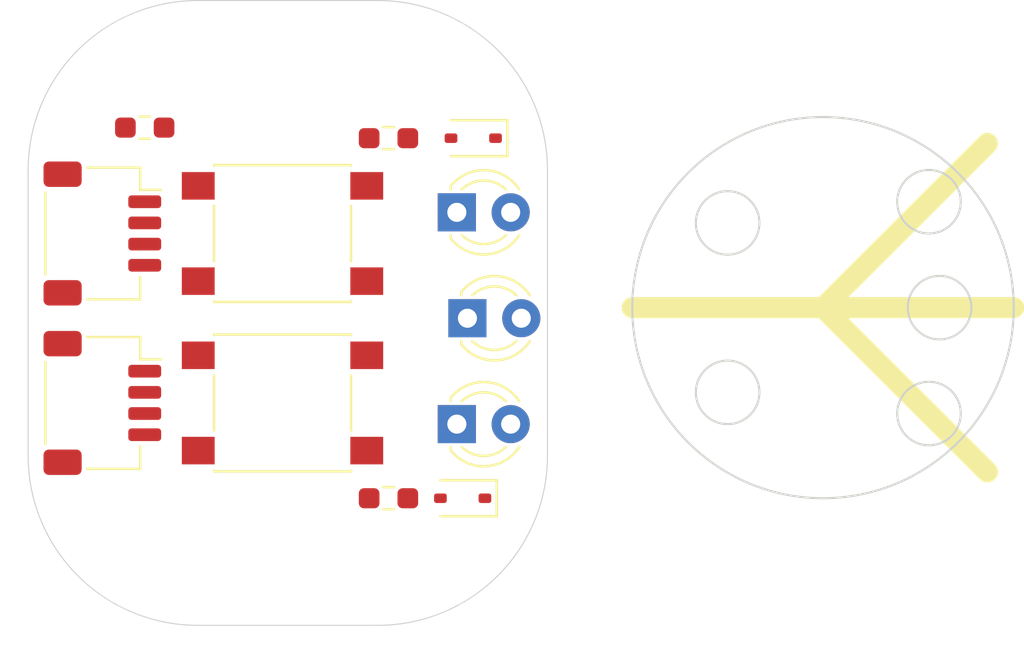
<source format=kicad_pcb>
(kicad_pcb (version 20240108) (generator "pcbnew") (generator_version "8.0")
  (layers (0 "F.Cu" signal) (31 "B.Cu" signal) (34 "B.Paste" user) (35 "F.Paste" user) (36 "B.SilkS" user "B.Silkscreen") (37 "F.SilkS" user "F.Silkscreen") (38 "B.Mask" user) (39 "F.Mask" user) (44 "Edge.Cuts" user))
  (net 0 "")
  (net 1 "/LED2")
  (net 2 "Net-(D1-A)")
  (net 3 "Net-(D2-A)")
  (net 4 "/LED1")
  (net 5 "Net-(D3-A)")
  (net 6 "GND")
  (net 7 "Net-(J1-Pin_3)")
  (net 8 "+5V")
  (net 9 "Net-(J2-Pin_3)")
  (footprint "MountingHole:MountingHole_3.2mm_M3" (layer "F.Cu") (at 165 109)
    (property "Reference" "REF**" (hide yes))
    (property "Value" "MountingHole_3.2mm_M3")
    (pad "" np_thru_hole circle (at 0 0) (size 3.2 3.2) (drill 3.2) (layers "*.Cu" "*.Mask"))
  )
  (footprint "custom_kicad_lib_sk:R_0603_smalltext" (layer "F.Cu") (at 170 89.5 180)
    (property "Reference" "R1" (hide yes))
    (property "Value" "6k8")
    (fp_line (start -0.254724 0.5225) (end 0.254724 0.5225) (stroke (width 0.12)) (layer "F.SilkS"))
    (fp_line (start -0.254724 -0.5225) (end 0.254724 -0.5225) (stroke (width 0.12)) (layer "F.SilkS"))
    (pad "1" smd roundrect (at -0.9125 0 180) (size 0.975 0.95) (layers "F.Cu" "F.Paste" "F.Mask") (net 2 "Net-(D1-A)"))
    (pad "2" smd roundrect (at 0.9125 0 180) (size 0.975 0.95) (layers "F.Cu" "F.Paste" "F.Mask") (net 8 "+5V"))
  )
  (footprint "custom_kicad_lib_sk:LED_D3.0mm" (layer "F.Cu") (at 173.225 103)
    (property "Reference" "D2" (hide yes))
    (property "Value" "LED")
    (fp_line (start -0.29 -1.236) (end -0.29 -1.08) (stroke (width 0.12)) (layer "F.SilkS"))
    (fp_line (start -0.29 1.08) (end -0.29 1.236) (stroke (width 0.12)) (layer "F.SilkS"))
    (fp_arc (start -0.29 -1.235516) (mid 1.366487 -1.987659) (end 2.942335 -1.078608) (stroke (width 0.12)) (layer "F.SilkS"))
    (fp_arc (start 0.229039 -1.08) (mid 1.270117 -1.5) (end 2.31113 -1.079837) (stroke (width 0.12)) (layer "F.SilkS"))
    (fp_arc (start 2.31113 1.079837) (mid 1.270117 1.5) (end 0.229039 1.08) (stroke (width 0.12)) (layer "F.SilkS"))
    (fp_arc (start 2.942335 1.078608) (mid 1.366487 1.987659) (end -0.29 1.235516) (stroke (width 0.12)) (layer "F.SilkS"))
    (pad "1" thru_hole rect (at 0 0) (size 1.8 1.8) (drill 0.9) (layers "*.Cu" "*.Mask") (net 4 "/LED1"))
    (pad "2" thru_hole circle (at 2.54 0) (size 1.8 1.8) (drill 0.9) (layers "*.Cu" "*.Mask") (net 3 "Net-(D2-A)"))
  )
  (footprint "custom_kicad_lib_sk:tactile_SMD_6mm" (layer "F.Cu") (at 165 102)
    (property "Reference" "SW2" (hide yes))
    (property "Value" "6mm_tactile")
    (fp_line (start -3.23 -3.23) (end 3.23 -3.23) (stroke (width 0.12)) (layer "F.SilkS"))
    (fp_line (start -3.23 -3.2) (end -3.23 -3.23) (stroke (width 0.12)) (layer "F.SilkS"))
    (fp_line (start -3.23 -1.3) (end -3.23 1.3) (stroke (width 0.12)) (layer "F.SilkS"))
    (fp_line (start -3.23 3.23) (end -3.23 3.2) (stroke (width 0.12)) (layer "F.SilkS"))
    (fp_line (start -3.23 3.23) (end 3.23 3.23) (stroke (width 0.12)) (layer "F.SilkS"))
    (fp_line (start 3.23 -3.23) (end 3.23 -3.2) (stroke (width 0.12)) (layer "F.SilkS"))
    (fp_line (start 3.23 -1.3) (end 3.23 1.3) (stroke (width 0.12)) (layer "F.SilkS"))
    (fp_line (start 3.23 3.23) (end 3.23 3.2) (stroke (width 0.12)) (layer "F.SilkS"))
    (pad "1" smd rect (at -3.975 -2.25) (size 1.55 1.3) (layers "F.Cu" "F.Paste" "F.Mask") (net 6 "GND"))
    (pad "1" smd rect (at 3.975 -2.25) (size 1.55 1.3) (layers "F.Cu" "F.Paste" "F.Mask") (net 6 "GND"))
    (pad "2" smd rect (at -3.975 2.25) (size 1.55 1.3) (layers "F.Cu" "F.Paste" "F.Mask") (net 9 "Net-(J2-Pin_3)"))
    (pad "2" smd rect (at 3.975 2.25) (size 1.55 1.3) (layers "F.Cu" "F.Paste" "F.Mask") (net 9 "Net-(J2-Pin_3)"))
  )
  (footprint "custom_kicad_lib_sk:R_0603_smalltext" (layer "F.Cu") (at 158.5 89 180)
    (property "Reference" "R3" (hide yes))
    (property "Value" "6k8")
    (fp_line (start -0.254724 0.5225) (end 0.254724 0.5225) (stroke (width 0.12)) (layer "F.SilkS"))
    (fp_line (start -0.254724 -0.5225) (end 0.254724 -0.5225) (stroke (width 0.12)) (layer "F.SilkS"))
    (pad "1" smd roundrect (at -0.9125 0 180) (size 0.975 0.95) (layers "F.Cu" "F.Paste" "F.Mask") (net 5 "Net-(D3-A)"))
    (pad "2" smd roundrect (at 0.9125 0 180) (size 0.975 0.95) (layers "F.Cu" "F.Paste" "F.Mask") (net 8 "+5V"))
  )
  (footprint "custom_kicad_lib_sk:R_0603_smalltext" (layer "F.Cu") (at 170 106.5 180)
    (property "Reference" "R2" (hide yes))
    (property "Value" "6k8")
    (fp_line (start -0.254724 0.5225) (end 0.254724 0.5225) (stroke (width 0.12)) (layer "F.SilkS"))
    (fp_line (start -0.254724 -0.5225) (end 0.254724 -0.5225) (stroke (width 0.12)) (layer "F.SilkS"))
    (pad "1" smd roundrect (at -0.9125 0 180) (size 0.975 0.95) (layers "F.Cu" "F.Paste" "F.Mask") (net 3 "Net-(D2-A)"))
    (pad "2" smd roundrect (at 0.9125 0 180) (size 0.975 0.95) (layers "F.Cu" "F.Paste" "F.Mask") (net 8 "+5V"))
  )
  (footprint "custom_kicad_lib_sk:LED_D3.0mm" (layer "F.Cu") (at 173.725 98)
    (property "Reference" "D5" (hide yes))
    (property "Value" "LED")
    (fp_line (start -0.29 -1.236) (end -0.29 -1.08) (stroke (width 0.12)) (layer "F.SilkS"))
    (fp_line (start -0.29 1.08) (end -0.29 1.236) (stroke (width 0.12)) (layer "F.SilkS"))
    (fp_arc (start -0.29 -1.235516) (mid 1.366487 -1.987659) (end 2.942335 -1.078608) (stroke (width 0.12)) (layer "F.SilkS"))
    (fp_arc (start 0.229039 -1.08) (mid 1.270117 -1.5) (end 2.31113 -1.079837) (stroke (width 0.12)) (layer "F.SilkS"))
    (fp_arc (start 2.31113 1.079837) (mid 1.270117 1.5) (end 0.229039 1.08) (stroke (width 0.12)) (layer "F.SilkS"))
    (fp_arc (start 2.942335 1.078608) (mid 1.366487 1.987659) (end -0.29 1.235516) (stroke (width 0.12)) (layer "F.SilkS"))
    (pad "1" thru_hole rect (at 0 0) (size 1.8 1.8) (drill 0.9) (layers "*.Cu" "*.Mask") (net 6 "GND"))
    (pad "2" thru_hole circle (at 2.54 0) (size 1.8 1.8) (drill 0.9) (layers "*.Cu" "*.Mask") (net 5 "Net-(D3-A)"))
  )
  (footprint "Diode_SMD:D_SOD-323" (layer "F.Cu") (at 174 89.5 180)
    (property "Reference" "D4" (hide yes))
    (property "Value" "1N4148WS")
    (fp_line (start -1.61 0.85) (end 1.05 0.85) (stroke (width 0.12)) (layer "F.SilkS"))
    (fp_line (start -1.61 -0.85) (end 1.05 -0.85) (stroke (width 0.12)) (layer "F.SilkS"))
    (fp_line (start -1.61 -0.85) (end -1.61 0.85) (stroke (width 0.12)) (layer "F.SilkS"))
    (pad "1" smd roundrect (at -1.05 0 180) (size 0.6 0.45) (layers "F.Cu" "F.Paste" "F.Mask") (net 1 "/LED2"))
    (pad "2" smd roundrect (at 1.05 0 180) (size 0.6 0.45) (layers "F.Cu" "F.Paste" "F.Mask") (net 5 "Net-(D3-A)"))
  )
  (footprint "Diode_SMD:D_SOD-323" (layer "F.Cu") (at 173.5 106.5 180)
    (property "Reference" "D3" (hide yes))
    (property "Value" "1N4148WS")
    (fp_line (start -1.61 0.85) (end 1.05 0.85) (stroke (width 0.12)) (layer "F.SilkS"))
    (fp_line (start -1.61 -0.85) (end 1.05 -0.85) (stroke (width 0.12)) (layer "F.SilkS"))
    (fp_line (start -1.61 -0.85) (end -1.61 0.85) (stroke (width 0.12)) (layer "F.SilkS"))
    (pad "1" smd roundrect (at -1.05 0 180) (size 0.6 0.45) (layers "F.Cu" "F.Paste" "F.Mask") (net 4 "/LED1"))
    (pad "2" smd roundrect (at 1.05 0 180) (size 0.6 0.45) (layers "F.Cu" "F.Paste" "F.Mask") (net 5 "Net-(D3-A)"))
  )
  (footprint "MountingHole:MountingHole_3.2mm_M3" (layer "F.Cu") (at 165 86.5)
    (property "Reference" "REF**" (hide yes))
    (property "Value" "MountingHole_3.2mm_M3")
    (pad "" np_thru_hole circle (at 0 0) (size 3.2 3.2) (drill 3.2) (layers "*.Cu" "*.Mask"))
  )
  (footprint "Connector_JST:JST_SH_SM04B-SRSS-TB_1x04-1MP_P1.00mm_Horizontal" (layer "F.Cu") (at 156.5 102 -90)
    (property "Reference" "J2" (hide yes))
    (property "Value" "Conn_01x04")
    (fp_line (start -1.94 2.685) (end 1.94 2.685) (stroke (width 0.12)) (layer "F.SilkS"))
    (fp_line (start -3.11 0.715) (end -3.11 -1.785) (stroke (width 0.12)) (layer "F.SilkS"))
    (fp_line (start 3.11 0.715) (end 3.11 -1.785) (stroke (width 0.12)) (layer "F.SilkS"))
    (fp_line (start -3.11 -1.785) (end -2.06 -1.785) (stroke (width 0.12)) (layer "F.SilkS"))
    (fp_line (start -2.06 -1.785) (end -2.06 -2.775) (stroke (width 0.12)) (layer "F.SilkS"))
    (fp_line (start 3.11 -1.785) (end 2.06 -1.785) (stroke (width 0.12)) (layer "F.SilkS"))
    (pad "1" smd roundrect (at -1.5 -2 270) (size 0.6 1.55) (layers "F.Cu" "F.Paste" "F.Mask") (net 8 "+5V"))
    (pad "2" smd roundrect (at -0.5 -2 270) (size 0.6 1.55) (layers "F.Cu" "F.Paste" "F.Mask") (net 4 "/LED1"))
    (pad "3" smd roundrect (at 0.5 -2 270) (size 0.6 1.55) (layers "F.Cu" "F.Paste" "F.Mask") (net 9 "Net-(J2-Pin_3)"))
    (pad "4" smd roundrect (at 1.5 -2 270) (size 0.6 1.55) (layers "F.Cu" "F.Paste" "F.Mask") (net 6 "GND"))
    (pad "MP" smd roundrect (at -2.8 1.875 270) (size 1.2 1.8) (layers "F.Cu" "F.Paste" "F.Mask") (roundrect_rratio 0.208333))
    (pad "MP" smd roundrect (at 2.8 1.875 270) (size 1.2 1.8) (layers "F.Cu" "F.Paste" "F.Mask") (roundrect_rratio 0.208333))
  )
  (footprint "custom_kicad_lib_sk:tactile_SMD_6mm" (layer "F.Cu") (at 165 94)
    (property "Reference" "SW1" (hide yes))
    (property "Value" "6mm_tactile")
    (fp_line (start -3.23 -3.23) (end 3.23 -3.23) (stroke (width 0.12)) (layer "F.SilkS"))
    (fp_line (start -3.23 -3.2) (end -3.23 -3.23) (stroke (width 0.12)) (layer "F.SilkS"))
    (fp_line (start -3.23 -1.3) (end -3.23 1.3) (stroke (width 0.12)) (layer "F.SilkS"))
    (fp_line (start -3.23 3.23) (end -3.23 3.2) (stroke (width 0.12)) (layer "F.SilkS"))
    (fp_line (start -3.23 3.23) (end 3.23 3.23) (stroke (width 0.12)) (layer "F.SilkS"))
    (fp_line (start 3.23 -3.23) (end 3.23 -3.2) (stroke (width 0.12)) (layer "F.SilkS"))
    (fp_line (start 3.23 -1.3) (end 3.23 1.3) (stroke (width 0.12)) (layer "F.SilkS"))
    (fp_line (start 3.23 3.23) (end 3.23 3.2) (stroke (width 0.12)) (layer "F.SilkS"))
    (pad "1" smd rect (at -3.975 -2.25) (size 1.55 1.3) (layers "F.Cu" "F.Paste" "F.Mask") (net 6 "GND"))
    (pad "1" smd rect (at 3.975 -2.25) (size 1.55 1.3) (layers "F.Cu" "F.Paste" "F.Mask") (net 6 "GND"))
    (pad "2" smd rect (at -3.975 2.25) (size 1.55 1.3) (layers "F.Cu" "F.Paste" "F.Mask") (net 7 "Net-(J1-Pin_3)"))
    (pad "2" smd rect (at 3.975 2.25) (size 1.55 1.3) (layers "F.Cu" "F.Paste" "F.Mask") (net 7 "Net-(J1-Pin_3)"))
  )
  (footprint "Connector_JST:JST_SH_SM04B-SRSS-TB_1x04-1MP_P1.00mm_Horizontal" (layer "F.Cu") (at 156.5 94 -90)
    (property "Reference" "J1" (hide yes))
    (property "Value" "Conn_01x04")
    (fp_line (start -1.94 2.685) (end 1.94 2.685) (stroke (width 0.12)) (layer "F.SilkS"))
    (fp_line (start -3.11 0.715) (end -3.11 -1.785) (stroke (width 0.12)) (layer "F.SilkS"))
    (fp_line (start 3.11 0.715) (end 3.11 -1.785) (stroke (width 0.12)) (layer "F.SilkS"))
    (fp_line (start -3.11 -1.785) (end -2.06 -1.785) (stroke (width 0.12)) (layer "F.SilkS"))
    (fp_line (start -2.06 -1.785) (end -2.06 -2.775) (stroke (width 0.12)) (layer "F.SilkS"))
    (fp_line (start 3.11 -1.785) (end 2.06 -1.785) (stroke (width 0.12)) (layer "F.SilkS"))
    (pad "1" smd roundrect (at -1.5 -2 270) (size 0.6 1.55) (layers "F.Cu" "F.Paste" "F.Mask") (net 8 "+5V"))
    (pad "2" smd roundrect (at -0.5 -2 270) (size 0.6 1.55) (layers "F.Cu" "F.Paste" "F.Mask") (net 1 "/LED2"))
    (pad "3" smd roundrect (at 0.5 -2 270) (size 0.6 1.55) (layers "F.Cu" "F.Paste" "F.Mask") (net 7 "Net-(J1-Pin_3)"))
    (pad "4" smd roundrect (at 1.5 -2 270) (size 0.6 1.55) (layers "F.Cu" "F.Paste" "F.Mask") (net 6 "GND"))
    (pad "MP" smd roundrect (at -2.8 1.875 270) (size 1.2 1.8) (layers "F.Cu" "F.Paste" "F.Mask") (roundrect_rratio 0.208333))
    (pad "MP" smd roundrect (at 2.8 1.875 270) (size 1.2 1.8) (layers "F.Cu" "F.Paste" "F.Mask") (roundrect_rratio 0.208333))
  )
  (footprint "custom_kicad_lib_sk:LED_D3.0mm" (layer "F.Cu") (at 173.225 93)
    (property "Reference" "D1" (hide yes))
    (property "Value" "LED")
    (fp_line (start -0.29 -1.236) (end -0.29 -1.08) (stroke (width 0.12)) (layer "F.SilkS"))
    (fp_line (start -0.29 1.08) (end -0.29 1.236) (stroke (width 0.12)) (layer "F.SilkS"))
    (fp_arc (start -0.29 -1.235516) (mid 1.366487 -1.987659) (end 2.942335 -1.078608) (stroke (width 0.12)) (layer "F.SilkS"))
    (fp_arc (start 0.229039 -1.08) (mid 1.270117 -1.5) (end 2.31113 -1.079837) (stroke (width 0.12)) (layer "F.SilkS"))
    (fp_arc (start 2.31113 1.079837) (mid 1.270117 1.5) (end 0.229039 1.08) (stroke (width 0.12)) (layer "F.SilkS"))
    (fp_arc (start 2.942335 1.078608) (mid 1.366487 1.987659) (end -0.29 1.235516) (stroke (width 0.12)) (layer "F.SilkS"))
    (pad "1" thru_hole rect (at 0 0) (size 1.8 1.8) (drill 0.9) (layers "*.Cu" "*.Mask") (net 1 "/LED2"))
    (pad "2" thru_hole circle (at 2.54 0) (size 1.8 1.8) (drill 0.9) (layers "*.Cu" "*.Mask") (net 2 "Net-(D1-A)"))
  )
  (gr_line (start 181.5 97.5) (end 199.5 97.5) (stroke (width 1)) (layer "F.SilkS"))
  (gr_line (start 190.5 97.5) (end 198.254031 105.254031) (stroke (width 1)) (layer "F.SilkS"))
  (gr_line (start 190.5 97.5) (end 198.254031 89.745969) (stroke (width 1)) (layer "F.SilkS"))
  (gr_line (start 169.5 112.5) (end 161 112.5) (stroke (width 0.05)) (layer "Edge.Cuts"))
  (gr_arc (start 153 91) (mid 155.343146 85.343146) (end 161 83) (stroke (width 0.05)) (layer "Edge.Cuts"))
  (gr_line (start 161 83) (end 169.5 83) (stroke (width 0.05)) (layer "Edge.Cuts"))
  (gr_arc (start 161 112.5) (mid 155.343146 110.156854) (end 153 104.5) (stroke (width 0.05)) (layer "Edge.Cuts"))
  (gr_circle (center 195.5 102.5) (end 197 102.5) (stroke (width 0.1)) (fill none) (layer "Edge.Cuts"))
  (gr_circle (center 190.5 97.5) (end 199.5 97.5) (stroke (width 0.1)) (fill none) (layer "Edge.Cuts"))
  (gr_circle (center 196 97.5) (end 197.5 97.5) (stroke (width 0.1)) (fill none) (layer "Edge.Cuts"))
  (gr_circle (center 195.5 92.5) (end 197 92.5) (stroke (width 0.1)) (fill none) (layer "Edge.Cuts"))
  (gr_arc (start 169.5 83) (mid 175.156854 85.343146) (end 177.5 91) (stroke (width 0.05)) (layer "Edge.Cuts"))
  (gr_arc (start 177.5 104.5) (mid 175.156854 110.156854) (end 169.5 112.5) (stroke (width 0.05)) (layer "Edge.Cuts"))
  (gr_circle (center 186 101.5) (end 187.5 101.5) (stroke (width 0.1)) (fill none) (layer "Edge.Cuts"))
  (gr_circle (center 186 93.5) (end 187.5 93.5) (stroke (width 0.1)) (fill none) (layer "Edge.Cuts"))
  (gr_line (start 177.5 91) (end 177.5 104.5) (stroke (width 0.05)) (layer "Edge.Cuts"))
  (gr_line (start 153 104.5) (end 153 91) (stroke (width 0.05)) (layer "Edge.Cuts"))
)
</source>
